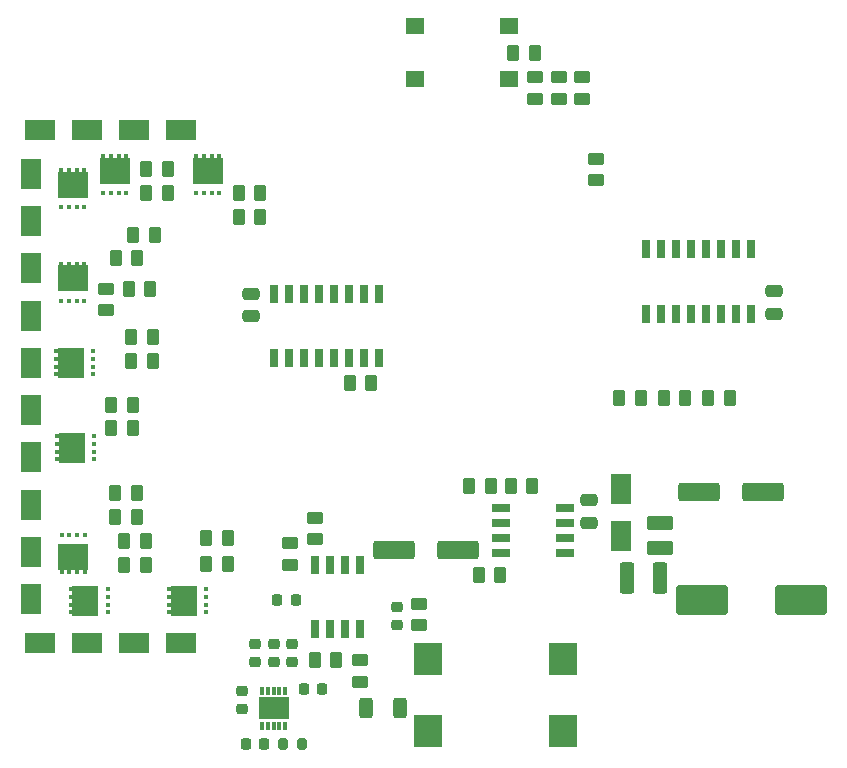
<source format=gtp>
G04 #@! TF.GenerationSoftware,KiCad,Pcbnew,(6.0.2)*
G04 #@! TF.CreationDate,2023-09-26T16:39:09+02:00*
G04 #@! TF.ProjectId,PCB_Layout_MOSFET,5043425f-4c61-4796-9f75-745f4d4f5346,rev?*
G04 #@! TF.SameCoordinates,Original*
G04 #@! TF.FileFunction,Paste,Top*
G04 #@! TF.FilePolarity,Positive*
%FSLAX46Y46*%
G04 Gerber Fmt 4.6, Leading zero omitted, Abs format (unit mm)*
G04 Created by KiCad (PCBNEW (6.0.2)) date 2023-09-26 16:39:09*
%MOMM*%
%LPD*%
G01*
G04 APERTURE LIST*
G04 Aperture macros list*
%AMRoundRect*
0 Rectangle with rounded corners*
0 $1 Rounding radius*
0 $2 $3 $4 $5 $6 $7 $8 $9 X,Y pos of 4 corners*
0 Add a 4 corners polygon primitive as box body*
4,1,4,$2,$3,$4,$5,$6,$7,$8,$9,$2,$3,0*
0 Add four circle primitives for the rounded corners*
1,1,$1+$1,$2,$3*
1,1,$1+$1,$4,$5*
1,1,$1+$1,$6,$7*
1,1,$1+$1,$8,$9*
0 Add four rect primitives between the rounded corners*
20,1,$1+$1,$2,$3,$4,$5,0*
20,1,$1+$1,$4,$5,$6,$7,0*
20,1,$1+$1,$6,$7,$8,$9,0*
20,1,$1+$1,$8,$9,$2,$3,0*%
G04 Aperture macros list end*
%ADD10RoundRect,0.250000X-0.262500X-0.450000X0.262500X-0.450000X0.262500X0.450000X-0.262500X0.450000X0*%
%ADD11R,2.500000X1.800000*%
%ADD12RoundRect,0.250000X-0.450000X0.262500X-0.450000X-0.262500X0.450000X-0.262500X0.450000X0.262500X0*%
%ADD13R,0.700000X1.550000*%
%ADD14RoundRect,0.250000X0.375000X1.075000X-0.375000X1.075000X-0.375000X-1.075000X0.375000X-1.075000X0*%
%ADD15RoundRect,0.225000X-0.225000X-0.250000X0.225000X-0.250000X0.225000X0.250000X-0.225000X0.250000X0*%
%ADD16R,0.400000X0.400000*%
%ADD17R,0.400000X0.300000*%
%ADD18R,2.650000X2.200000*%
%ADD19RoundRect,0.250000X-1.500000X-0.550000X1.500000X-0.550000X1.500000X0.550000X-1.500000X0.550000X0*%
%ADD20R,0.300000X0.400000*%
%ADD21R,2.200000X2.650000*%
%ADD22RoundRect,0.250000X-0.475000X0.250000X-0.475000X-0.250000X0.475000X-0.250000X0.475000X0.250000X0*%
%ADD23RoundRect,0.250000X-1.950000X-1.000000X1.950000X-1.000000X1.950000X1.000000X-1.950000X1.000000X0*%
%ADD24R,1.800000X2.500000*%
%ADD25R,0.300000X0.750000*%
%ADD26R,2.550000X1.850000*%
%ADD27RoundRect,0.250000X0.475000X-0.250000X0.475000X0.250000X-0.475000X0.250000X-0.475000X-0.250000X0*%
%ADD28RoundRect,0.250000X-0.312500X-0.625000X0.312500X-0.625000X0.312500X0.625000X-0.312500X0.625000X0*%
%ADD29RoundRect,0.225000X0.250000X-0.225000X0.250000X0.225000X-0.250000X0.225000X-0.250000X-0.225000X0*%
%ADD30R,1.600000X1.400000*%
%ADD31R,2.400000X2.800000*%
%ADD32R,1.525000X0.650000*%
%ADD33RoundRect,0.250000X0.262500X0.450000X-0.262500X0.450000X-0.262500X-0.450000X0.262500X-0.450000X0*%
%ADD34RoundRect,0.250000X-0.850000X0.375000X-0.850000X-0.375000X0.850000X-0.375000X0.850000X0.375000X0*%
%ADD35RoundRect,0.218750X-0.256250X0.218750X-0.256250X-0.218750X0.256250X-0.218750X0.256250X0.218750X0*%
%ADD36RoundRect,0.250000X0.450000X-0.262500X0.450000X0.262500X-0.450000X0.262500X-0.450000X-0.262500X0*%
%ADD37RoundRect,0.200000X0.200000X0.275000X-0.200000X0.275000X-0.200000X-0.275000X0.200000X-0.275000X0*%
%ADD38RoundRect,0.225000X0.225000X0.250000X-0.225000X0.250000X-0.225000X-0.250000X0.225000X-0.250000X0*%
%ADD39RoundRect,0.250000X1.500000X0.550000X-1.500000X0.550000X-1.500000X-0.550000X1.500000X-0.550000X0*%
%ADD40R,0.650000X1.525000*%
%ADD41RoundRect,0.225000X-0.250000X0.225000X-0.250000X-0.225000X0.250000X-0.225000X0.250000X0.225000X0*%
G04 APERTURE END LIST*
D10*
X75287500Y-97300000D03*
X77112500Y-97300000D03*
D11*
X81250000Y-117500000D03*
X77250000Y-117500000D03*
D10*
X76387500Y-108850000D03*
X78212500Y-108850000D03*
X78287500Y-79400000D03*
X80112500Y-79400000D03*
X106437500Y-111750000D03*
X108262500Y-111750000D03*
X118337500Y-96750000D03*
X120162500Y-96750000D03*
X76987500Y-91550000D03*
X78812500Y-91550000D03*
D12*
X74900000Y-87487500D03*
X74900000Y-89312500D03*
D13*
X89105000Y-93375000D03*
X90375000Y-93375000D03*
X91645000Y-93375000D03*
X92915000Y-93375000D03*
X94185000Y-93375000D03*
X95455000Y-93375000D03*
X96725000Y-93375000D03*
X97995000Y-93375000D03*
X97995000Y-87925000D03*
X96725000Y-87925000D03*
X95455000Y-87925000D03*
X94185000Y-87925000D03*
X92915000Y-87925000D03*
X91645000Y-87925000D03*
X90375000Y-87925000D03*
X89105000Y-87925000D03*
D14*
X121800000Y-112000000D03*
X119000000Y-112000000D03*
D15*
X89375000Y-113850000D03*
X90925000Y-113850000D03*
D16*
X74625000Y-79400000D03*
X75275000Y-79400000D03*
X75925000Y-79400000D03*
X76575000Y-79400000D03*
D17*
X76575000Y-76250000D03*
X75925000Y-76250000D03*
X75275000Y-76250000D03*
X74625000Y-76250000D03*
D18*
X75600000Y-77500000D03*
D12*
X115200000Y-69587500D03*
X115200000Y-71412500D03*
D19*
X125100000Y-104700000D03*
X130500000Y-104700000D03*
D16*
X75020000Y-114875000D03*
X75020000Y-114225000D03*
X75020000Y-113575000D03*
X75020000Y-112925000D03*
D20*
X71870000Y-112925000D03*
X71870000Y-113575000D03*
X71870000Y-114225000D03*
X71870000Y-114875000D03*
D21*
X73120000Y-113900000D03*
D22*
X87150000Y-87925000D03*
X87150000Y-89825000D03*
D23*
X125317500Y-113850000D03*
X133717500Y-113850000D03*
D24*
X118500000Y-108450000D03*
X118500000Y-104450000D03*
D10*
X76787500Y-87487500D03*
X78612500Y-87487500D03*
D25*
X88050000Y-124500000D03*
X88550000Y-124500000D03*
X89050000Y-124500000D03*
X89550000Y-124500000D03*
X90050000Y-124500000D03*
X90050000Y-121500000D03*
X89550000Y-121500000D03*
X89050000Y-121500000D03*
X88550000Y-121500000D03*
X88050000Y-121500000D03*
D26*
X89050000Y-123000000D03*
D24*
X68500000Y-89750000D03*
X68500000Y-85750000D03*
D10*
X105637500Y-104150000D03*
X107462500Y-104150000D03*
X75637500Y-106800000D03*
X77462500Y-106800000D03*
D27*
X131400000Y-89600000D03*
X131400000Y-87700000D03*
D16*
X83375000Y-114875000D03*
X83375000Y-114225000D03*
X83375000Y-113575000D03*
X83375000Y-112925000D03*
D20*
X80225000Y-112925000D03*
X80225000Y-113575000D03*
X80225000Y-114225000D03*
X80225000Y-114875000D03*
D21*
X81475000Y-113900000D03*
D10*
X78287500Y-77350000D03*
X80112500Y-77350000D03*
D11*
X77250000Y-74000000D03*
X81250000Y-74000000D03*
D16*
X73800000Y-94725000D03*
X73800000Y-94075000D03*
X73800000Y-93425000D03*
X73800000Y-92775000D03*
D20*
X70650000Y-92775000D03*
X70650000Y-93425000D03*
X70650000Y-94075000D03*
X70650000Y-94725000D03*
D21*
X71900000Y-93750000D03*
D28*
X96837500Y-123000000D03*
X96837500Y-123000000D03*
X99762500Y-123000000D03*
X99762500Y-123000000D03*
D29*
X89050000Y-119085000D03*
X89050000Y-117535000D03*
D16*
X73075000Y-108325000D03*
X72425000Y-108325000D03*
X71775000Y-108325000D03*
X71125000Y-108325000D03*
D17*
X71125000Y-111475000D03*
X71775000Y-111475000D03*
X72425000Y-111475000D03*
X73075000Y-111475000D03*
D18*
X72100000Y-110225000D03*
D29*
X87497500Y-119085000D03*
X87497500Y-117535000D03*
D30*
X109000000Y-69750000D03*
X101000000Y-69750000D03*
X109000000Y-65250000D03*
X101000000Y-65250000D03*
D16*
X71075000Y-80570000D03*
X71725000Y-80570000D03*
X72375000Y-80570000D03*
X73025000Y-80570000D03*
D17*
X73025000Y-77420000D03*
X72375000Y-77420000D03*
X71725000Y-77420000D03*
X71075000Y-77420000D03*
D18*
X72050000Y-78670000D03*
D10*
X75687500Y-84900000D03*
X77512500Y-84900000D03*
D16*
X82525000Y-79400000D03*
X83175000Y-79400000D03*
X83825000Y-79400000D03*
X84475000Y-79400000D03*
D17*
X84475000Y-76250000D03*
X83825000Y-76250000D03*
X83175000Y-76250000D03*
X82525000Y-76250000D03*
D18*
X83500000Y-77500000D03*
D10*
X83375000Y-108600000D03*
X85200000Y-108600000D03*
D27*
X115750000Y-107300000D03*
X115750000Y-105400000D03*
D16*
X73855000Y-101925000D03*
X73855000Y-101275000D03*
X73855000Y-100625000D03*
X73855000Y-99975000D03*
D20*
X70705000Y-99975000D03*
X70705000Y-100625000D03*
X70705000Y-101275000D03*
X70705000Y-101925000D03*
D21*
X71955000Y-100950000D03*
D29*
X90597500Y-119085000D03*
X90597500Y-117535000D03*
D10*
X75287500Y-99300000D03*
X77112500Y-99300000D03*
X76387500Y-110850000D03*
X78212500Y-110850000D03*
D13*
X129445000Y-84152500D03*
X128175000Y-84152500D03*
X126905000Y-84152500D03*
X125635000Y-84152500D03*
X124365000Y-84152500D03*
X123095000Y-84152500D03*
X121825000Y-84152500D03*
X120555000Y-84152500D03*
X120555000Y-89602500D03*
X121825000Y-89602500D03*
X123095000Y-89602500D03*
X124365000Y-89602500D03*
X125635000Y-89602500D03*
X126905000Y-89602500D03*
X128175000Y-89602500D03*
X129445000Y-89602500D03*
D11*
X73250000Y-117500000D03*
X69250000Y-117500000D03*
D10*
X76987500Y-93600000D03*
X78812500Y-93600000D03*
D31*
X102157500Y-118800000D03*
X102157500Y-124900000D03*
X113557500Y-124900000D03*
X113557500Y-118800000D03*
D32*
X113712000Y-109855000D03*
X113712000Y-108585000D03*
X113712000Y-107315000D03*
X113712000Y-106045000D03*
X108288000Y-106045000D03*
X108288000Y-107315000D03*
X108288000Y-108585000D03*
X108288000Y-109855000D03*
D33*
X97312500Y-95500000D03*
X95487500Y-95500000D03*
D34*
X121800000Y-107325000D03*
X121800000Y-109475000D03*
D10*
X86087500Y-79400000D03*
X87912500Y-79400000D03*
D35*
X99500000Y-114387500D03*
X99500000Y-115962500D03*
D10*
X109337500Y-67500000D03*
X111162500Y-67500000D03*
D36*
X116350000Y-78312500D03*
X116350000Y-76487500D03*
D10*
X122087500Y-96750000D03*
X123912500Y-96750000D03*
X109137500Y-104150000D03*
X110962500Y-104150000D03*
D12*
X113200000Y-69587500D03*
X113200000Y-71412500D03*
D10*
X75637500Y-104750000D03*
X77462500Y-104750000D03*
X92545000Y-118950000D03*
X94370000Y-118950000D03*
D37*
X91472500Y-126035000D03*
X89822500Y-126035000D03*
D10*
X77187500Y-82900000D03*
X79012500Y-82900000D03*
D16*
X71075000Y-88500000D03*
X71725000Y-88500000D03*
X72375000Y-88500000D03*
X73025000Y-88500000D03*
D17*
X73025000Y-85350000D03*
X72375000Y-85350000D03*
X71725000Y-85350000D03*
X71075000Y-85350000D03*
D18*
X72050000Y-86600000D03*
D38*
X88272500Y-126035000D03*
X86722500Y-126035000D03*
D12*
X111200000Y-69587500D03*
X111200000Y-71412500D03*
D24*
X68500000Y-105750000D03*
X68500000Y-101750000D03*
D36*
X90450000Y-110862500D03*
X90450000Y-109037500D03*
X101400000Y-115962500D03*
X101400000Y-114137500D03*
D39*
X104650000Y-109600000D03*
X99250000Y-109600000D03*
D15*
X91625000Y-121350000D03*
X93175000Y-121350000D03*
D33*
X127662500Y-96750000D03*
X125837500Y-96750000D03*
D12*
X96350000Y-118950000D03*
X96350000Y-120775000D03*
X92550000Y-106887500D03*
X92550000Y-108712500D03*
D11*
X69250000Y-74000000D03*
X73250000Y-74000000D03*
D24*
X68500000Y-81750000D03*
X68500000Y-77750000D03*
D10*
X86087500Y-81400000D03*
X87912500Y-81400000D03*
D40*
X92545000Y-116312000D03*
X93815000Y-116312000D03*
X95085000Y-116312000D03*
X96355000Y-116312000D03*
X96355000Y-110888000D03*
X95085000Y-110888000D03*
X93815000Y-110888000D03*
X92545000Y-110888000D03*
D24*
X68500000Y-113750000D03*
X68500000Y-109750000D03*
D41*
X86400000Y-121500000D03*
X86400000Y-123050000D03*
D24*
X68500000Y-97750000D03*
X68500000Y-93750000D03*
D10*
X83375000Y-110800000D03*
X85200000Y-110800000D03*
M02*

</source>
